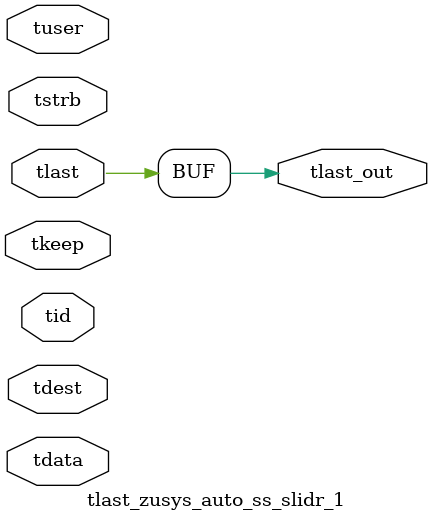
<source format=v>


`timescale 1ps/1ps

module tlast_zusys_auto_ss_slidr_1 #
(
parameter C_S_AXIS_TID_WIDTH   = 1,
parameter C_S_AXIS_TUSER_WIDTH = 0,
parameter C_S_AXIS_TDATA_WIDTH = 0,
parameter C_S_AXIS_TDEST_WIDTH = 0
)
(
input  [(C_S_AXIS_TID_WIDTH   == 0 ? 1 : C_S_AXIS_TID_WIDTH)-1:0       ] tid,
input  [(C_S_AXIS_TDATA_WIDTH == 0 ? 1 : C_S_AXIS_TDATA_WIDTH)-1:0     ] tdata,
input  [(C_S_AXIS_TUSER_WIDTH == 0 ? 1 : C_S_AXIS_TUSER_WIDTH)-1:0     ] tuser,
input  [(C_S_AXIS_TDEST_WIDTH == 0 ? 1 : C_S_AXIS_TDEST_WIDTH)-1:0     ] tdest,
input  [(C_S_AXIS_TDATA_WIDTH/8)-1:0 ] tkeep,
input  [(C_S_AXIS_TDATA_WIDTH/8)-1:0 ] tstrb,
input  [0:0]                                                             tlast,
output                                                                   tlast_out
);

assign tlast_out = {tlast[0]};

endmodule


</source>
